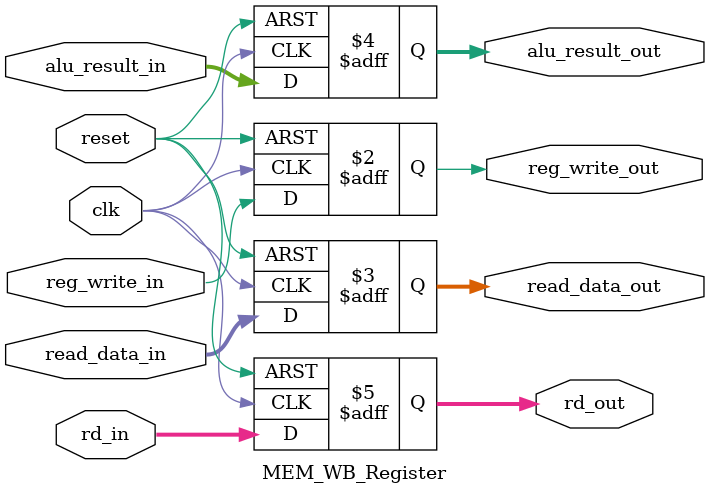
<source format=v>
module F_D_Register (
    input wire clk,
    input wire reset,
    input wire stall,
    // Inputs from IF stage
    input wire [31:0] instruction_in,
    input wire [31:0] pc_plus4_in,
    // Outputs to ID stage
    output reg [31:0] instruction_out,
    output reg [31:0] pc_plus4_out
);

    always @(posedge clk or posedge reset) begin
        if (reset) begin
            instruction_out <= 32'b0;
            pc_plus4_out <= 32'b0;
        end
        else if (!stall) begin
            instruction_out <= instruction_in;
            pc_plus4_out <= pc_plus4_in;
        end
    end
endmodule

module D_EX_Register (
    input wire clk,
    input wire reset,
    // Control signals
    input wire mem_read_in,
    input wire mem_write_in,
    input wire reg_write_in,
    input wire alu_src_in,
    // Data inputs
    input wire [31:0] reg_data1_in,
    input wire [31:0] reg_data2_in,
    input wire [31:0] imm_ext_in,
    input wire [4:0] rs1_in,
    input wire [4:0] rs2_in,
    input wire [4:0] rd_in,
    input wire [3:0] alu_control_in,
    // Control outputs
    output reg mem_read_out,
    output reg mem_write_out,
    output reg reg_write_out,
    output reg alu_src_out,
    // Data outputs
    output reg [31:0] reg_data1_out,
    output reg [31:0] reg_data2_out,
    output reg [31:0] imm_ext_out,
    output reg [4:0] rs1_out,
    output reg [4:0] rs2_out,
    output reg [4:0] rd_out,
    output reg [3:0] alu_control_out
);

    always @(posedge clk or posedge reset) begin
        if (reset) begin
            // Control signals
            mem_read_out <= 1'b0;
            mem_write_out <= 1'b0;
            reg_write_out <= 1'b0;
            alu_src_out <= 1'b0;
            // Data signals
            reg_data1_out <= 32'b0;
            reg_data2_out <= 32'b0;
            imm_ext_out <= 32'b0;
            rs1_out <= 5'b0;
            rs2_out <= 5'b0;
            rd_out <= 5'b0;
            alu_control_out <= 4'b0;
        end
        else begin
            // Control signals
            mem_read_out <= mem_read_in;
            mem_write_out <= mem_write_in;
            reg_write_out <= reg_write_in;
            alu_src_out <= alu_src_in;
            // Data signals
            reg_data1_out <= reg_data1_in;
            reg_data2_out <= reg_data2_in;
            imm_ext_out <= imm_ext_in;
            rs1_out <= rs1_in;
            rs2_out <= rs2_in;
            rd_out <= rd_in;
            alu_control_out <= alu_control_in;
        end
    end
endmodule

module EX_MEM_Register (
    input wire clk,
    input wire reset,
    // Control signals
    input wire mem_read_in,
    input wire mem_write_in,
    input wire reg_write_in,
    // Data inputs
    input wire [31:0] alu_result_in,
    input wire [31:0] write_data_in,
    input wire [4:0] rd_in,
    // Control outputs
    output reg mem_read_out,
    output reg mem_write_out,
    output reg reg_write_out,
    // Data outputs
    output reg [31:0] alu_result_out,
    output reg [31:0] write_data_out,
    output reg [4:0] rd_out
);

    always @(posedge clk or posedge reset) begin
        if (reset) begin
            // Control signals
            mem_read_out <= 1'b0;
            mem_write_out <= 1'b0;
            reg_write_out <= 1'b0;
            // Data signals
            alu_result_out <= 32'b0;
            write_data_out <= 32'b0;
            rd_out <= 5'b0;
        end
        else begin
            // Control signals
            mem_read_out <= mem_read_in;
            mem_write_out <= mem_write_in;
            reg_write_out <= reg_write_in;
            // Data signals
            alu_result_out <= alu_result_in;
            write_data_out <= write_data_in;
            rd_out <= rd_in;
        end
    end
endmodule

module MEM_WB_Register (
    input wire clk,
    input wire reset,
    // Control signals
    input wire reg_write_in,
    // Data inputs
    input wire [31:0] read_data_in,
    input wire [31:0] alu_result_in,
    input wire [4:0] rd_in,
    // Control outputs
    output reg reg_write_out,
    // Data outputs
    output reg [31:0] read_data_out,
    output reg [31:0] alu_result_out,
    output reg [4:0] rd_out
);

    always @(posedge clk or posedge reset) begin
        if (reset) begin
            // Control signals
            reg_write_out <= 1'b0;
            // Data signals
            read_data_out <= 32'b0;
            alu_result_out <= 32'b0;
            rd_out <= 5'b0;
        end
        else begin
            // Control signals
            reg_write_out <= reg_write_in;
            // Data signals
            read_data_out <= read_data_in;
            alu_result_out <= alu_result_in;
            rd_out <= rd_in;
        end
    end
endmodule
</source>
